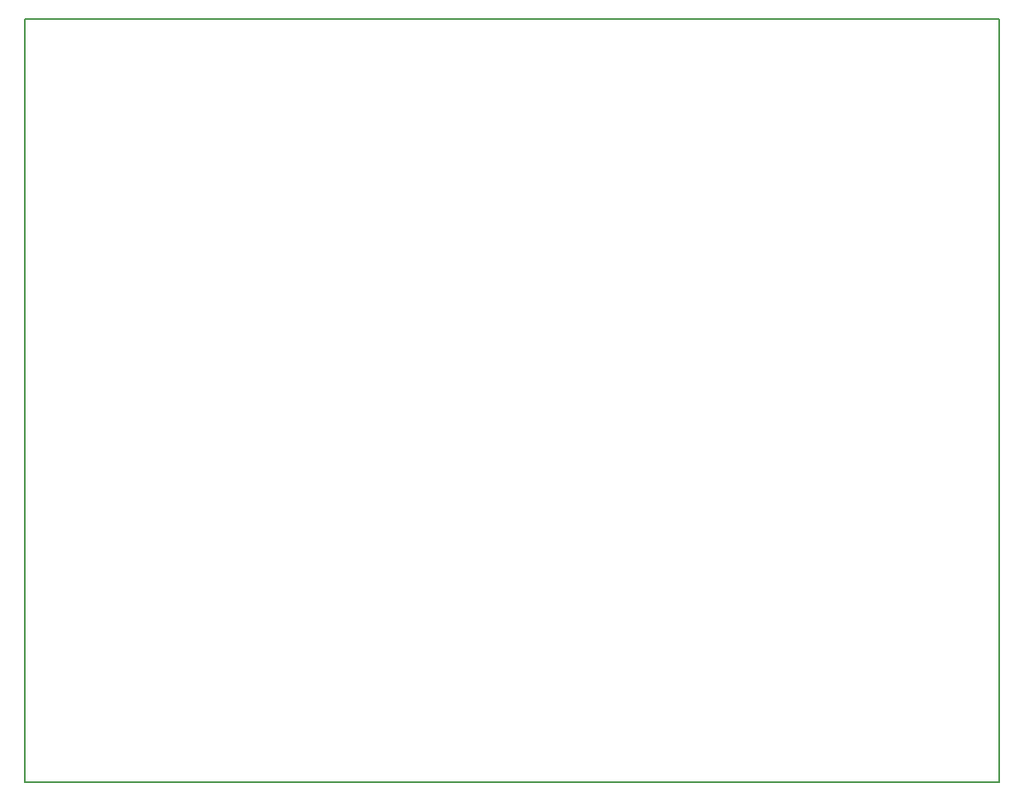
<source format=gm1>
G04 #@! TF.FileFunction,Profile,NP*
%FSLAX46Y46*%
G04 Gerber Fmt 4.6, Leading zero omitted, Abs format (unit mm)*
G04 Created by KiCad (PCBNEW 4.0.5+dfsg1-4) date Sat Jun 23 00:33:45 2018*
%MOMM*%
%LPD*%
G01*
G04 APERTURE LIST*
%ADD10C,0.100000*%
%ADD11C,0.150000*%
G04 APERTURE END LIST*
D10*
D11*
X57150000Y-60960000D02*
X156845000Y-60960000D01*
X57150000Y-139065000D02*
X57150000Y-60960000D01*
X156845000Y-139065000D02*
X57150000Y-139065000D01*
X156845000Y-139065000D02*
X156845000Y-60960000D01*
M02*

</source>
